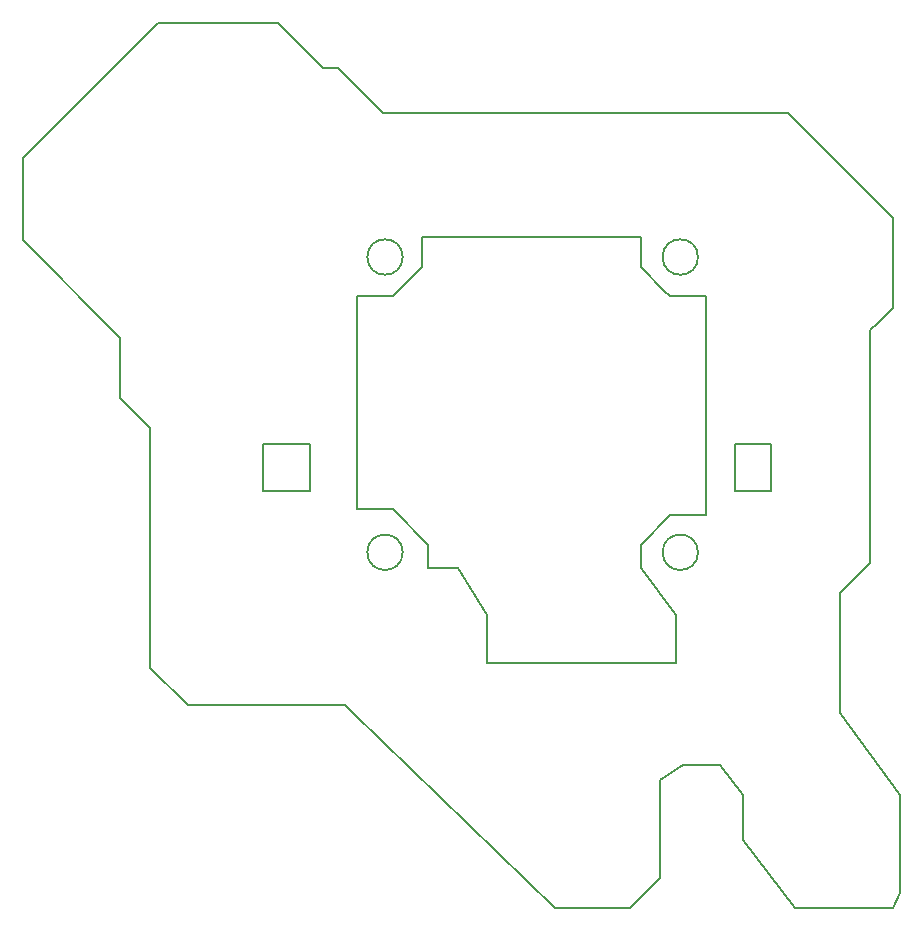
<source format=gbr>
G04 #@! TF.GenerationSoftware,KiCad,Pcbnew,(5.0.0-rc2-dev-26-g0d794b2)*
G04 #@! TF.CreationDate,2018-07-01T21:26:53-07:00*
G04 #@! TF.ProjectId,FlightControlUnitBoard,466C69676874436F6E74726F6C556E69,rev?*
G04 #@! TF.SameCoordinates,Original*
G04 #@! TF.FileFunction,Profile,NP*
%FSLAX46Y46*%
G04 Gerber Fmt 4.6, Leading zero omitted, Abs format (unit mm)*
G04 Created by KiCad (PCBNEW (5.0.0-rc2-dev-26-g0d794b2)) date Sunday, July 01, 2018 at 09:26:53 PM*
%MOMM*%
%LPD*%
G01*
G04 APERTURE LIST*
%ADD10C,0.150000*%
G04 APERTURE END LIST*
D10*
X170180000Y-60960000D02*
X166370000Y-57150000D01*
X173990000Y-60960000D02*
X170180000Y-60960000D01*
X139700000Y-71755000D02*
X139700000Y-64770000D01*
X147955000Y-80010000D02*
X139700000Y-71755000D01*
X147955000Y-85090000D02*
X147955000Y-80010000D01*
X150495000Y-87630000D02*
X147955000Y-85090000D01*
X150495000Y-107950000D02*
X150495000Y-87630000D01*
X153670000Y-111125000D02*
X150495000Y-107950000D01*
X167005000Y-111125000D02*
X153670000Y-111125000D01*
X167640000Y-111760000D02*
X167005000Y-111125000D01*
X184785000Y-128270000D02*
X167640000Y-111760000D01*
X191135000Y-128270000D02*
X184785000Y-128270000D01*
X193675000Y-125730000D02*
X191135000Y-128270000D01*
X193675000Y-117475000D02*
X193675000Y-125730000D01*
X195580000Y-116205000D02*
X193675000Y-117475000D01*
X198755000Y-116205000D02*
X195580000Y-116205000D01*
X200660000Y-118745000D02*
X198755000Y-116205000D01*
X200660000Y-122555000D02*
X200660000Y-118745000D01*
X205105000Y-128270000D02*
X200660000Y-122555000D01*
X213360000Y-128270000D02*
X205105000Y-128270000D01*
X213995000Y-127000000D02*
X213360000Y-128270000D01*
X213995000Y-118745000D02*
X213995000Y-127000000D01*
X208915000Y-111760000D02*
X213995000Y-118745000D01*
X208915000Y-101600000D02*
X208915000Y-111760000D01*
X211455000Y-99060000D02*
X208915000Y-101600000D01*
X211455000Y-79375000D02*
X211455000Y-99060000D01*
X212090000Y-78740000D02*
X211455000Y-79375000D01*
X213360000Y-77470000D02*
X212090000Y-78740000D01*
X213360000Y-69850000D02*
X213360000Y-77470000D01*
X204470000Y-60960000D02*
X213360000Y-69850000D01*
X173990000Y-60960000D02*
X204470000Y-60960000D01*
X165100000Y-57150000D02*
X166370000Y-57150000D01*
X161290000Y-53340000D02*
X165100000Y-57150000D01*
X151130000Y-53340000D02*
X161290000Y-53340000D01*
X149860000Y-54610000D02*
X151130000Y-53340000D01*
X139700000Y-64770000D02*
X149860000Y-54610000D01*
X174000000Y-99500000D02*
X176500000Y-99500000D01*
X179000000Y-103500000D02*
X176500000Y-99500000D01*
X195000000Y-103500000D02*
X192000000Y-99500000D01*
X195000000Y-107500000D02*
X179000000Y-107500000D01*
X195000000Y-107000000D02*
X195000000Y-107500000D01*
X195000000Y-106500000D02*
X195000000Y-107000000D01*
X195000000Y-103500000D02*
X195000000Y-106500000D01*
X179000000Y-107500000D02*
X179000000Y-103500000D01*
X192000000Y-99500000D02*
X192000000Y-99000000D01*
X174000000Y-99000000D02*
X174000000Y-99500000D01*
X168000000Y-76500000D02*
X171000000Y-76500000D01*
X168000000Y-94500000D02*
X168000000Y-76500000D01*
X171000000Y-94500000D02*
X168000000Y-94500000D01*
X174000000Y-97500000D02*
X171000000Y-94500000D01*
X174000000Y-99000000D02*
X174000000Y-97500000D01*
X194500000Y-95000000D02*
X195000000Y-95000000D01*
X192000000Y-97500000D02*
X194500000Y-95000000D01*
X197500000Y-95000000D02*
X197500000Y-94500000D01*
X195000000Y-95000000D02*
X197500000Y-95000000D01*
X192000000Y-99000000D02*
X192000000Y-97500000D01*
X197500000Y-94500000D02*
X197500000Y-94000000D01*
X197500000Y-76500000D02*
X197500000Y-94000000D01*
X173500000Y-71500000D02*
X192000000Y-71500000D01*
X194500000Y-76500000D02*
X197500000Y-76500000D01*
X194000000Y-76000000D02*
X194500000Y-76500000D01*
X192000000Y-74000000D02*
X192000000Y-71500000D01*
X194000000Y-76000000D02*
X192000000Y-74000000D01*
X173000000Y-74500000D02*
X173500000Y-74000000D01*
X173500000Y-71500000D02*
X173500000Y-74000000D01*
X171000000Y-76500000D02*
X173000000Y-74500000D01*
X160000000Y-93000000D02*
X160000000Y-89000000D01*
X164000000Y-93000000D02*
X160000000Y-93000000D01*
X164000000Y-89000000D02*
X164000000Y-93000000D01*
X160000000Y-89000000D02*
X164000000Y-89000000D01*
X203000000Y-89000000D02*
X200000000Y-89000000D01*
X203000000Y-93000000D02*
X203000000Y-89000000D01*
X200000000Y-93000000D02*
X203000000Y-93000000D01*
X200000000Y-89000000D02*
X200000000Y-93000000D01*
X171860000Y-73160000D02*
G75*
G03X171860000Y-73160000I-1500000J0D01*
G01*
X171860000Y-98160000D02*
G75*
G03X171860000Y-98160000I-1500000J0D01*
G01*
X196860000Y-98160000D02*
G75*
G03X196860000Y-98160000I-1500000J0D01*
G01*
X196860000Y-73160000D02*
G75*
G03X196860000Y-73160000I-1500000J0D01*
G01*
M02*

</source>
